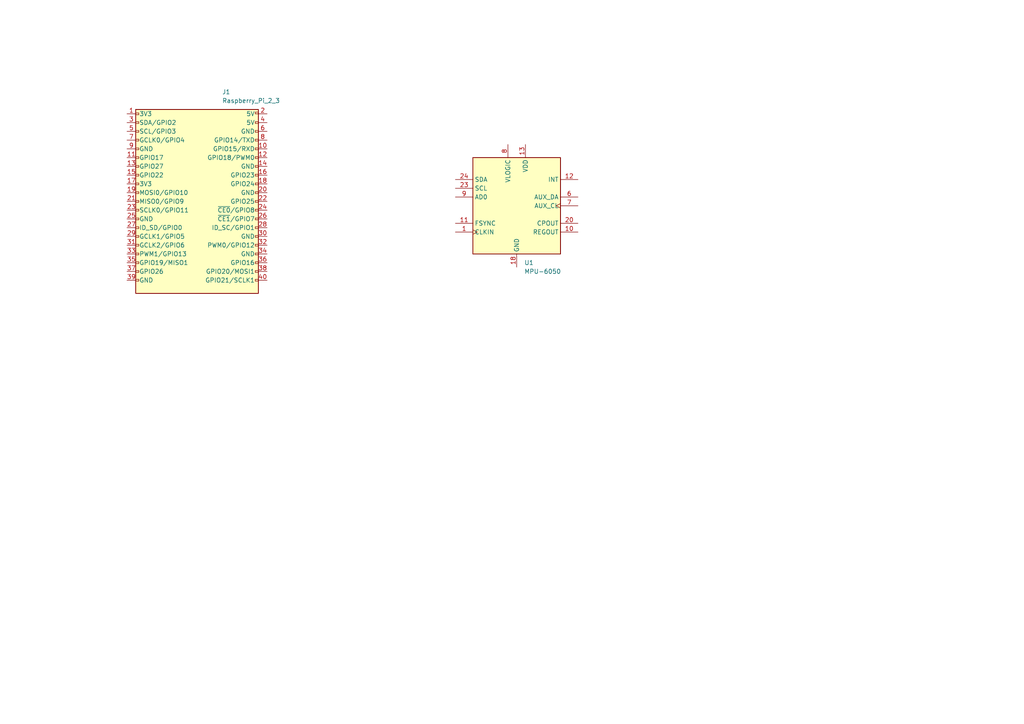
<source format=kicad_sch>
(kicad_sch (version 20230121) (generator eeschema)
  (paper "A4")
  (lib_symbols
    (symbol "Connector:Raspberry_Pi_2_3" (pin_names (offset 1.016))
      (property "Reference" "J1" (at 7.2741 35.56 0))
      (property "Value" "Raspberry_Pi_2_3" (at 7.2741 33.02 0))
      (symbol "Raspberry_Pi_2_3_0_1"
        (rectangle (start -17.78 30.48) (end 17.78 -22.86) (stroke (width 0.254)) (fill (type background)))
      )
      (symbol "Raspberry_Pi_2_3_1_1"
        (rectangle (start -17.78 -11.684) (end -16.891 -11.176))
        (rectangle (start -17.78 -9.144) (end -16.891 -8.636))
        (rectangle (start -17.78 -6.604) (end -16.891 -6.096))
        (rectangle (start -17.78 -4.064) (end -16.891 -3.556))
        (rectangle (start -17.78 1.016) (end -16.891 1.524))
        (rectangle (start -17.78 3.556) (end -16.891 4.064))
        (rectangle (start -17.78 6.096) (end -16.891 6.604))
        (rectangle (start -17.78 8.636) (end -16.891 9.144))
        (rectangle (start -17.78 21.336) (end -16.891 21.844))
        (rectangle (start -17.78 23.876) (end -16.891 24.384))
        (rectangle (start -17.78 26.416) (end -16.891 26.924))
        (rectangle (start -17.78 28.956) (end -16.891 29.464))
        (rectangle (start -16.891 -18.796) (end -17.78 -19.304))
        (rectangle (start -16.891 -16.256) (end -17.78 -16.764))
        (rectangle (start -16.891 -13.716) (end -17.78 -14.224))
        (rectangle (start -16.891 -1.016) (end -17.78 -1.524))
        (rectangle (start -16.891 11.684) (end -17.78 11.176))
        (rectangle (start -16.891 14.224) (end -17.78 13.716))
        (rectangle (start -16.891 16.764) (end -17.78 16.256))
        (rectangle (start -16.891 19.304) (end -17.78 18.796))
        (rectangle (start 16.891 -19.304) (end 17.78 -18.796))
        (rectangle (start 16.891 -16.764) (end 17.78 -16.256))
        (rectangle (start 16.891 -14.224) (end 17.78 -13.716))
        (rectangle (start 16.891 -11.684) (end 17.78 -11.176))
        (rectangle (start 16.891 -6.604) (end 17.78 -6.096))
        (rectangle (start 16.891 1.524) (end 17.78 1.016))
        (rectangle (start 16.891 3.556) (end 17.78 4.064))
        (rectangle (start 16.891 6.096) (end 17.78 6.604))
        (rectangle (start 16.891 13.716) (end 17.78 14.224))
        (rectangle (start 16.891 16.256) (end 17.78 16.764))
        (rectangle (start 16.891 18.796) (end 17.78 19.304))
        (rectangle (start 16.891 21.336) (end 17.78 21.844))
        (rectangle (start 16.891 23.876) (end 17.78 24.384))
        (rectangle (start 17.78 -8.636) (end 16.891 -9.144))
        (rectangle (start 17.78 -3.556) (end 16.891 -4.064))
        (rectangle (start 17.78 -1.016) (end 16.891 -1.524))
        (rectangle (start 17.78 8.636) (end 16.891 9.144))
        (rectangle (start 17.78 11.176) (end 16.891 11.684))
        (rectangle (start 17.78 26.924) (end 16.891 26.416))
        (rectangle (start 17.78 29.21) (end 16.891 29.718))
        (pin power_in line (at -20.32 29.21 0) (length 2.54) (name "3V3") (number "1"))
        (pin bidirectional line (at 20.32 19.05 180) (length 2.54) (name "GPIO15/RXD") (number "10"))
        (pin bidirectional line (at -20.32 16.51 0) (length 2.54) (name "GPIO17") (number "11"))
        (pin bidirectional line (at 20.32 16.51 180) (length 2.54) (name "GPIO18/PWM0") (number "12"))
        (pin bidirectional line (at -20.32 13.97 0) (length 2.54) (name "GPIO27") (number "13"))
        (pin power_in line (at 20.32 13.97 180) (length 2.54) (name "GND") (number "14"))
        (pin bidirectional line (at -20.32 11.43 0) (length 2.54) (name "GPIO22") (number "15"))
        (pin bidirectional line (at 20.32 11.43 180) (length 2.54) (name "GPIO23") (number "16"))
        (pin power_in line (at -20.32 8.89 0) (length 2.54) (name "3V3") (number "17"))
        (pin bidirectional line (at 20.32 8.89 180) (length 2.54) (name "GPIO24") (number "18"))
        (pin bidirectional line (at -20.32 6.35 0) (length 2.54) (name "MOSI0/GPIO10") (number "19"))
        (pin power_in line (at 20.32 29.21 180) (length 2.54) (name "5V") (number "2"))
        (pin power_in line (at 20.32 6.35 180) (length 2.54) (name "GND") (number "20"))
        (pin bidirectional line (at -20.32 3.81 0) (length 2.54) (name "MISO0/GPIO9") (number "21"))
        (pin bidirectional line (at 20.32 3.81 180) (length 2.54) (name "GPIO25") (number "22"))
        (pin bidirectional line (at -20.32 1.27 0) (length 2.54) (name "SCLK0/GPIO11") (number "23"))
        (pin bidirectional line (at 20.32 1.27 180) (length 2.54) (name "~{CE0}/GPIO8") (number "24"))
        (pin power_in line (at -20.32 -1.27 0) (length 2.54) (name "GND") (number "25"))
        (pin bidirectional line (at 20.32 -1.27 180) (length 2.54) (name "~{CE1}/GPIO7") (number "26"))
        (pin bidirectional line (at -20.32 -3.81 0) (length 2.54) (name "ID_SD/GPIO0") (number "27"))
        (pin bidirectional line (at 20.32 -3.81 180) (length 2.54) (name "ID_SC/GPIO1") (number "28"))
        (pin bidirectional line (at -20.32 -6.35 0) (length 2.54) (name "GCLK1/GPIO5") (number "29"))
        (pin bidirectional line (at -20.32 26.67 0) (length 2.54) (name "SDA/GPIO2") (number "3"))
        (pin power_in line (at 20.32 -6.35 180) (length 2.54) (name "GND") (number "30"))
        (pin bidirectional line (at -20.32 -8.89 0) (length 2.54) (name "GCLK2/GPIO6") (number "31"))
        (pin bidirectional line (at 20.32 -8.89 180) (length 2.54) (name "PWM0/GPIO12") (number "32"))
        (pin bidirectional line (at -20.32 -11.43 0) (length 2.54) (name "PWM1/GPIO13") (number "33"))
        (pin power_in line (at 20.32 -11.43 180) (length 2.54) (name "GND") (number "34"))
        (pin bidirectional line (at -20.32 -13.97 0) (length 2.54) (name "GPIO19/MISO1") (number "35"))
        (pin bidirectional line (at 20.32 -13.97 180) (length 2.54) (name "GPIO16") (number "36"))
        (pin bidirectional line (at -20.32 -16.51 0) (length 2.54) (name "GPIO26") (number "37"))
        (pin bidirectional line (at 20.32 -16.51 180) (length 2.54) (name "GPIO20/MOSI1") (number "38"))
        (pin power_in line (at -20.32 -19.05 0) (length 2.54) (name "GND") (number "39"))
        (pin power_in line (at 20.32 26.67 180) (length 2.54) (name "5V") (number "4"))
        (pin bidirectional line (at 20.32 -19.05 180) (length 2.54) (name "GPIO21/SCLK1") (number "40"))
        (pin bidirectional line (at -20.32 24.13 0) (length 2.54) (name "SCL/GPIO3") (number "5"))
        (pin power_in line (at 20.32 24.13 180) (length 2.54) (name "GND") (number "6"))
        (pin bidirectional line (at -20.32 21.59 0) (length 2.54) (name "GCLK0/GPIO4") (number "7"))
        (pin bidirectional line (at 20.32 21.59 180) (length 2.54) (name "GPIO14/TXD") (number "8"))
        (pin power_in line (at -20.32 19.05 0) (length 2.54) (name "GND") (number "9"))
      )
    )
    (symbol "Sensor_Motion:MPU-6050"
      (property "Reference" "U" (at -11.43 13.97 0))
      (property "Value" "MPU-6050" (at 7.62 -15.24 0))
      (symbol "MPU-6050_0_0"
        (text "" (at 12.7 -2.54 0) (effects (font (size 1.27 1.27))))
      )
      (symbol "MPU-6050_0_1"
        (rectangle (start -12.7 13.97) (end 12.7 -13.97) (stroke (width 0.254)) (fill (type background)))
      )
      (symbol "MPU-6050_1_1"
        (pin input clock (at -17.78 -7.62 0) (length 5.08) (name "CLKIN") (number "1"))
        (pin passive line (at 17.78 -7.62 180) (length 5.08) (name "REGOUT") (number "10"))
        (pin input line (at -17.78 -5.08 0) (length 5.08) (name "FSYNC") (number "11"))
        (pin output line (at 17.78 7.62 180) (length 5.08) (name "INT") (number "12"))
        (pin power_in line (at 2.54 17.78 270) (length 3.81) (name "VDD") (number "13"))
        (pin no_connect line (at -12.7 -10.16 0) (length 2.54) hide (name "NC") (number "14"))
        (pin no_connect line (at 12.7 12.7 180) (length 2.54) hide (name "NC") (number "15"))
        (pin no_connect line (at 12.7 10.16 180) (length 2.54) hide (name "NC") (number "16"))
        (pin no_connect line (at 12.7 5.08 180) (length 2.54) hide (name "NC") (number "17"))
        (pin power_in line (at 0 -17.78 90) (length 3.81) (name "GND") (number "18"))
        (pin no_connect line (at 12.7 -10.16 180) (length 2.54) hide (name "RESV") (number "19"))
        (pin no_connect line (at -12.7 12.7 0) (length 2.54) hide (name "NC") (number "2"))
        (pin passive line (at 17.78 -5.08 180) (length 5.08) (name "CPOUT") (number "20"))
        (pin no_connect line (at 12.7 -2.54 180) (length 2.54) hide (name "RESV") (number "21"))
        (pin no_connect line (at 12.7 -12.7 180) (length 2.54) hide (name "RESV") (number "22"))
        (pin input line (at -17.78 5.08 0) (length 5.08) (name "SCL") (number "23"))
        (pin bidirectional line (at -17.78 7.62 0) (length 5.08) (name "SDA") (number "24"))
        (pin no_connect line (at -12.7 10.16 0) (length 2.54) hide (name "NC") (number "3"))
        (pin no_connect line (at -12.7 0 0) (length 2.54) hide (name "NC") (number "4"))
        (pin no_connect line (at -12.7 -2.54 0) (length 2.54) hide (name "NC") (number "5"))
        (pin bidirectional line (at 17.78 2.54 180) (length 5.08) (name "AUX_DA") (number "6"))
        (pin output clock (at 17.78 0 180) (length 5.08) (name "AUX_CL") (number "7"))
        (pin power_in line (at -2.54 17.78 270) (length 3.81) (name "VLOGIC") (number "8"))
        (pin input line (at -17.78 2.54 0) (length 5.08) (name "AD0") (number "9"))
      )
    )
  )
  (symbol (lib_id "Connector:Raspberry_Pi_2_3") (at 57.15 62.23 0) (unit 1)
    (property "Reference" "J1" (at 64.4241 26.67 0) (effects (justify left)))
    (property "Value" "Raspberry_Pi_2_3" (at 64.4241 29.21 0) (effects (justify left)))
    (property "Footprint" "Connector_PinHeader_2.54mm:PinHeader_2x20_P2.54mm_Vertical" (effects hide))
    (property "Datasheet" "https://www.raspberrypi.org/documentation/hardware/raspberrypi/schematics/rpi_SCH_3bplus_1p0_reduced.pdf" (effects hide))
  )
  (symbol (lib_id "Sensor_Motion:MPU-6050") (at 149.86 59.69 0) (unit 1)
    (property "Reference" "U1" (at 152.0541 76.2 0) (effects (justify left)))
    (property "Value" "MPU-6050" (at 152.0541 78.74 0) (effects (justify left)))
    (property "Footprint" "Sensor_Motion:InvenSense_QFN-24_4x4mm_P0.5mm" (effects hide))
    (property "Datasheet" "https://invensense.tdk.com/wp-content/uploads/2015/02/MPU-6000-Datasheet1.pdf" (effects hide))
  )
)
</source>
